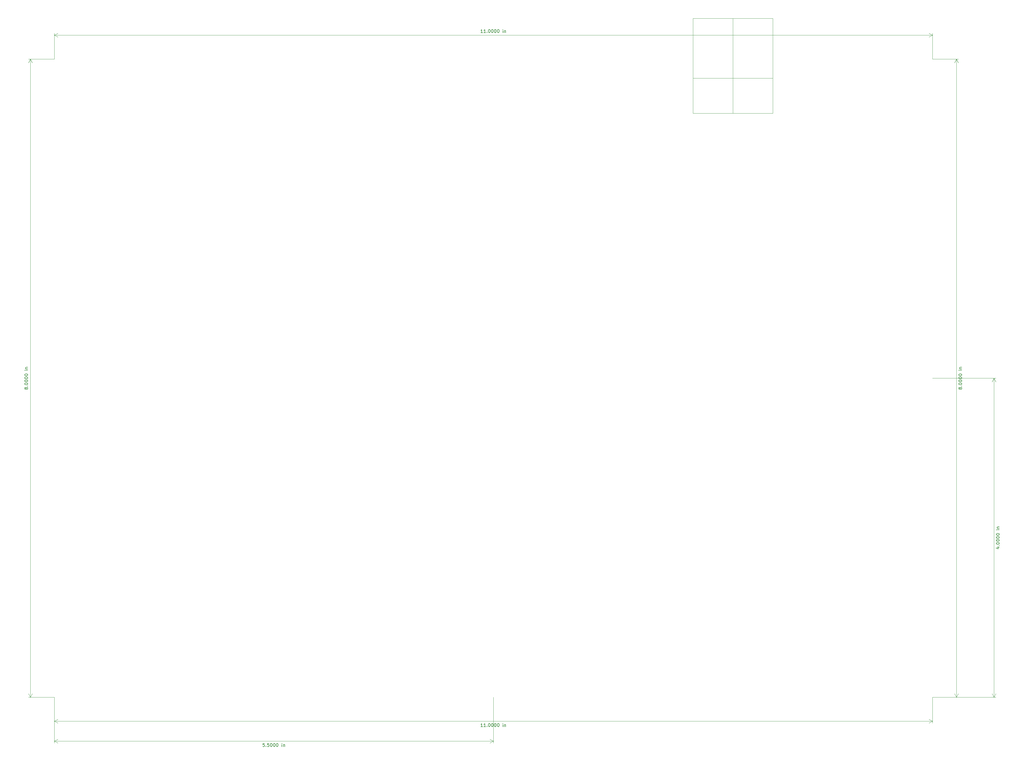
<source format=gbr>
%TF.GenerationSoftware,KiCad,Pcbnew,(5.1.10)-1*%
%TF.CreationDate,2022-03-11T09:02:51-05:00*%
%TF.ProjectId,Z180GDC,5a313830-4744-4432-9e6b-696361645f70,rev?*%
%TF.SameCoordinates,Original*%
%TF.FileFunction,OtherDrawing,Comment*%
%FSLAX46Y46*%
G04 Gerber Fmt 4.6, Leading zero omitted, Abs format (unit mm)*
G04 Created by KiCad (PCBNEW (5.1.10)-1) date 2022-03-11 09:02:51*
%MOMM*%
%LPD*%
G01*
G04 APERTURE LIST*
%ADD10C,0.120000*%
%ADD11C,0.150000*%
G04 APERTURE END LIST*
D10*
X232664000Y-35560000D02*
X258064000Y-35560000D01*
X245364000Y-46736000D02*
X245364000Y-16510000D01*
X258064000Y-46736000D02*
X232664000Y-46736000D01*
X258064000Y-16510000D02*
X258064000Y-46736000D01*
X232664000Y-16510000D02*
X258064000Y-16510000D01*
X232664000Y-46736000D02*
X232664000Y-16510000D01*
D11*
X329477714Y-184887809D02*
X330144380Y-184887809D01*
X329096761Y-185125904D02*
X329811047Y-185364000D01*
X329811047Y-184744952D01*
X330049142Y-184364000D02*
X330096761Y-184316380D01*
X330144380Y-184364000D01*
X330096761Y-184411619D01*
X330049142Y-184364000D01*
X330144380Y-184364000D01*
X329144380Y-183697333D02*
X329144380Y-183602095D01*
X329192000Y-183506857D01*
X329239619Y-183459238D01*
X329334857Y-183411619D01*
X329525333Y-183364000D01*
X329763428Y-183364000D01*
X329953904Y-183411619D01*
X330049142Y-183459238D01*
X330096761Y-183506857D01*
X330144380Y-183602095D01*
X330144380Y-183697333D01*
X330096761Y-183792571D01*
X330049142Y-183840190D01*
X329953904Y-183887809D01*
X329763428Y-183935428D01*
X329525333Y-183935428D01*
X329334857Y-183887809D01*
X329239619Y-183840190D01*
X329192000Y-183792571D01*
X329144380Y-183697333D01*
X329144380Y-182744952D02*
X329144380Y-182649714D01*
X329192000Y-182554476D01*
X329239619Y-182506857D01*
X329334857Y-182459238D01*
X329525333Y-182411619D01*
X329763428Y-182411619D01*
X329953904Y-182459238D01*
X330049142Y-182506857D01*
X330096761Y-182554476D01*
X330144380Y-182649714D01*
X330144380Y-182744952D01*
X330096761Y-182840190D01*
X330049142Y-182887809D01*
X329953904Y-182935428D01*
X329763428Y-182983047D01*
X329525333Y-182983047D01*
X329334857Y-182935428D01*
X329239619Y-182887809D01*
X329192000Y-182840190D01*
X329144380Y-182744952D01*
X329144380Y-181792571D02*
X329144380Y-181697333D01*
X329192000Y-181602095D01*
X329239619Y-181554476D01*
X329334857Y-181506857D01*
X329525333Y-181459238D01*
X329763428Y-181459238D01*
X329953904Y-181506857D01*
X330049142Y-181554476D01*
X330096761Y-181602095D01*
X330144380Y-181697333D01*
X330144380Y-181792571D01*
X330096761Y-181887809D01*
X330049142Y-181935428D01*
X329953904Y-181983047D01*
X329763428Y-182030666D01*
X329525333Y-182030666D01*
X329334857Y-181983047D01*
X329239619Y-181935428D01*
X329192000Y-181887809D01*
X329144380Y-181792571D01*
X329144380Y-180840190D02*
X329144380Y-180744952D01*
X329192000Y-180649714D01*
X329239619Y-180602095D01*
X329334857Y-180554476D01*
X329525333Y-180506857D01*
X329763428Y-180506857D01*
X329953904Y-180554476D01*
X330049142Y-180602095D01*
X330096761Y-180649714D01*
X330144380Y-180744952D01*
X330144380Y-180840190D01*
X330096761Y-180935428D01*
X330049142Y-180983047D01*
X329953904Y-181030666D01*
X329763428Y-181078285D01*
X329525333Y-181078285D01*
X329334857Y-181030666D01*
X329239619Y-180983047D01*
X329192000Y-180935428D01*
X329144380Y-180840190D01*
X330144380Y-179316380D02*
X329477714Y-179316380D01*
X329144380Y-179316380D02*
X329192000Y-179364000D01*
X329239619Y-179316380D01*
X329192000Y-179268761D01*
X329144380Y-179316380D01*
X329239619Y-179316380D01*
X329477714Y-178840190D02*
X330144380Y-178840190D01*
X329572952Y-178840190D02*
X329525333Y-178792571D01*
X329477714Y-178697333D01*
X329477714Y-178554476D01*
X329525333Y-178459238D01*
X329620571Y-178411619D01*
X330144380Y-178411619D01*
D10*
X328422000Y-232664000D02*
X328422000Y-131064000D01*
X308864000Y-232664000D02*
X329008421Y-232664000D01*
X308864000Y-131064000D02*
X329008421Y-131064000D01*
X328422000Y-131064000D02*
X329008421Y-132190504D01*
X328422000Y-131064000D02*
X327835579Y-132190504D01*
X328422000Y-232664000D02*
X329008421Y-231537496D01*
X328422000Y-232664000D02*
X327835579Y-231537496D01*
D11*
X96337809Y-247356380D02*
X95861619Y-247356380D01*
X95814000Y-247832571D01*
X95861619Y-247784952D01*
X95956857Y-247737333D01*
X96194952Y-247737333D01*
X96290190Y-247784952D01*
X96337809Y-247832571D01*
X96385428Y-247927809D01*
X96385428Y-248165904D01*
X96337809Y-248261142D01*
X96290190Y-248308761D01*
X96194952Y-248356380D01*
X95956857Y-248356380D01*
X95861619Y-248308761D01*
X95814000Y-248261142D01*
X96814000Y-248261142D02*
X96861619Y-248308761D01*
X96814000Y-248356380D01*
X96766380Y-248308761D01*
X96814000Y-248261142D01*
X96814000Y-248356380D01*
X97766380Y-247356380D02*
X97290190Y-247356380D01*
X97242571Y-247832571D01*
X97290190Y-247784952D01*
X97385428Y-247737333D01*
X97623523Y-247737333D01*
X97718761Y-247784952D01*
X97766380Y-247832571D01*
X97814000Y-247927809D01*
X97814000Y-248165904D01*
X97766380Y-248261142D01*
X97718761Y-248308761D01*
X97623523Y-248356380D01*
X97385428Y-248356380D01*
X97290190Y-248308761D01*
X97242571Y-248261142D01*
X98433047Y-247356380D02*
X98528285Y-247356380D01*
X98623523Y-247404000D01*
X98671142Y-247451619D01*
X98718761Y-247546857D01*
X98766380Y-247737333D01*
X98766380Y-247975428D01*
X98718761Y-248165904D01*
X98671142Y-248261142D01*
X98623523Y-248308761D01*
X98528285Y-248356380D01*
X98433047Y-248356380D01*
X98337809Y-248308761D01*
X98290190Y-248261142D01*
X98242571Y-248165904D01*
X98194952Y-247975428D01*
X98194952Y-247737333D01*
X98242571Y-247546857D01*
X98290190Y-247451619D01*
X98337809Y-247404000D01*
X98433047Y-247356380D01*
X99385428Y-247356380D02*
X99480666Y-247356380D01*
X99575904Y-247404000D01*
X99623523Y-247451619D01*
X99671142Y-247546857D01*
X99718761Y-247737333D01*
X99718761Y-247975428D01*
X99671142Y-248165904D01*
X99623523Y-248261142D01*
X99575904Y-248308761D01*
X99480666Y-248356380D01*
X99385428Y-248356380D01*
X99290190Y-248308761D01*
X99242571Y-248261142D01*
X99194952Y-248165904D01*
X99147333Y-247975428D01*
X99147333Y-247737333D01*
X99194952Y-247546857D01*
X99242571Y-247451619D01*
X99290190Y-247404000D01*
X99385428Y-247356380D01*
X100337809Y-247356380D02*
X100433047Y-247356380D01*
X100528285Y-247404000D01*
X100575904Y-247451619D01*
X100623523Y-247546857D01*
X100671142Y-247737333D01*
X100671142Y-247975428D01*
X100623523Y-248165904D01*
X100575904Y-248261142D01*
X100528285Y-248308761D01*
X100433047Y-248356380D01*
X100337809Y-248356380D01*
X100242571Y-248308761D01*
X100194952Y-248261142D01*
X100147333Y-248165904D01*
X100099714Y-247975428D01*
X100099714Y-247737333D01*
X100147333Y-247546857D01*
X100194952Y-247451619D01*
X100242571Y-247404000D01*
X100337809Y-247356380D01*
X101861619Y-248356380D02*
X101861619Y-247689714D01*
X101861619Y-247356380D02*
X101814000Y-247404000D01*
X101861619Y-247451619D01*
X101909238Y-247404000D01*
X101861619Y-247356380D01*
X101861619Y-247451619D01*
X102337809Y-247689714D02*
X102337809Y-248356380D01*
X102337809Y-247784952D02*
X102385428Y-247737333D01*
X102480666Y-247689714D01*
X102623523Y-247689714D01*
X102718761Y-247737333D01*
X102766380Y-247832571D01*
X102766380Y-248356380D01*
D10*
X29464000Y-246634000D02*
X169164000Y-246634000D01*
X29464000Y-232664000D02*
X29464000Y-247220421D01*
X169164000Y-232664000D02*
X169164000Y-247220421D01*
X169164000Y-246634000D02*
X168037496Y-247220421D01*
X169164000Y-246634000D02*
X168037496Y-246047579D01*
X29464000Y-246634000D02*
X30590504Y-247220421D01*
X29464000Y-246634000D02*
X30590504Y-246047579D01*
D11*
X165759238Y-21026380D02*
X165187809Y-21026380D01*
X165473523Y-21026380D02*
X165473523Y-20026380D01*
X165378285Y-20169238D01*
X165283047Y-20264476D01*
X165187809Y-20312095D01*
X166711619Y-21026380D02*
X166140190Y-21026380D01*
X166425904Y-21026380D02*
X166425904Y-20026380D01*
X166330666Y-20169238D01*
X166235428Y-20264476D01*
X166140190Y-20312095D01*
X167140190Y-20931142D02*
X167187809Y-20978761D01*
X167140190Y-21026380D01*
X167092571Y-20978761D01*
X167140190Y-20931142D01*
X167140190Y-21026380D01*
X167806857Y-20026380D02*
X167902095Y-20026380D01*
X167997333Y-20074000D01*
X168044952Y-20121619D01*
X168092571Y-20216857D01*
X168140190Y-20407333D01*
X168140190Y-20645428D01*
X168092571Y-20835904D01*
X168044952Y-20931142D01*
X167997333Y-20978761D01*
X167902095Y-21026380D01*
X167806857Y-21026380D01*
X167711619Y-20978761D01*
X167664000Y-20931142D01*
X167616380Y-20835904D01*
X167568761Y-20645428D01*
X167568761Y-20407333D01*
X167616380Y-20216857D01*
X167664000Y-20121619D01*
X167711619Y-20074000D01*
X167806857Y-20026380D01*
X168759238Y-20026380D02*
X168854476Y-20026380D01*
X168949714Y-20074000D01*
X168997333Y-20121619D01*
X169044952Y-20216857D01*
X169092571Y-20407333D01*
X169092571Y-20645428D01*
X169044952Y-20835904D01*
X168997333Y-20931142D01*
X168949714Y-20978761D01*
X168854476Y-21026380D01*
X168759238Y-21026380D01*
X168664000Y-20978761D01*
X168616380Y-20931142D01*
X168568761Y-20835904D01*
X168521142Y-20645428D01*
X168521142Y-20407333D01*
X168568761Y-20216857D01*
X168616380Y-20121619D01*
X168664000Y-20074000D01*
X168759238Y-20026380D01*
X169711619Y-20026380D02*
X169806857Y-20026380D01*
X169902095Y-20074000D01*
X169949714Y-20121619D01*
X169997333Y-20216857D01*
X170044952Y-20407333D01*
X170044952Y-20645428D01*
X169997333Y-20835904D01*
X169949714Y-20931142D01*
X169902095Y-20978761D01*
X169806857Y-21026380D01*
X169711619Y-21026380D01*
X169616380Y-20978761D01*
X169568761Y-20931142D01*
X169521142Y-20835904D01*
X169473523Y-20645428D01*
X169473523Y-20407333D01*
X169521142Y-20216857D01*
X169568761Y-20121619D01*
X169616380Y-20074000D01*
X169711619Y-20026380D01*
X170664000Y-20026380D02*
X170759238Y-20026380D01*
X170854476Y-20074000D01*
X170902095Y-20121619D01*
X170949714Y-20216857D01*
X170997333Y-20407333D01*
X170997333Y-20645428D01*
X170949714Y-20835904D01*
X170902095Y-20931142D01*
X170854476Y-20978761D01*
X170759238Y-21026380D01*
X170664000Y-21026380D01*
X170568761Y-20978761D01*
X170521142Y-20931142D01*
X170473523Y-20835904D01*
X170425904Y-20645428D01*
X170425904Y-20407333D01*
X170473523Y-20216857D01*
X170521142Y-20121619D01*
X170568761Y-20074000D01*
X170664000Y-20026380D01*
X172187809Y-21026380D02*
X172187809Y-20359714D01*
X172187809Y-20026380D02*
X172140190Y-20074000D01*
X172187809Y-20121619D01*
X172235428Y-20074000D01*
X172187809Y-20026380D01*
X172187809Y-20121619D01*
X172664000Y-20359714D02*
X172664000Y-21026380D01*
X172664000Y-20454952D02*
X172711619Y-20407333D01*
X172806857Y-20359714D01*
X172949714Y-20359714D01*
X173044952Y-20407333D01*
X173092571Y-20502571D01*
X173092571Y-21026380D01*
D10*
X308864000Y-21844000D02*
X29464000Y-21844000D01*
X308864000Y-29464000D02*
X308864000Y-21257579D01*
X29464000Y-29464000D02*
X29464000Y-21257579D01*
X29464000Y-21844000D02*
X30590504Y-21257579D01*
X29464000Y-21844000D02*
X30590504Y-22430421D01*
X308864000Y-21844000D02*
X307737496Y-21257579D01*
X308864000Y-21844000D02*
X307737496Y-22430421D01*
D11*
X317634952Y-134373523D02*
X317587333Y-134468761D01*
X317539714Y-134516380D01*
X317444476Y-134564000D01*
X317396857Y-134564000D01*
X317301619Y-134516380D01*
X317254000Y-134468761D01*
X317206380Y-134373523D01*
X317206380Y-134183047D01*
X317254000Y-134087809D01*
X317301619Y-134040190D01*
X317396857Y-133992571D01*
X317444476Y-133992571D01*
X317539714Y-134040190D01*
X317587333Y-134087809D01*
X317634952Y-134183047D01*
X317634952Y-134373523D01*
X317682571Y-134468761D01*
X317730190Y-134516380D01*
X317825428Y-134564000D01*
X318015904Y-134564000D01*
X318111142Y-134516380D01*
X318158761Y-134468761D01*
X318206380Y-134373523D01*
X318206380Y-134183047D01*
X318158761Y-134087809D01*
X318111142Y-134040190D01*
X318015904Y-133992571D01*
X317825428Y-133992571D01*
X317730190Y-134040190D01*
X317682571Y-134087809D01*
X317634952Y-134183047D01*
X318111142Y-133564000D02*
X318158761Y-133516380D01*
X318206380Y-133564000D01*
X318158761Y-133611619D01*
X318111142Y-133564000D01*
X318206380Y-133564000D01*
X317206380Y-132897333D02*
X317206380Y-132802095D01*
X317254000Y-132706857D01*
X317301619Y-132659238D01*
X317396857Y-132611619D01*
X317587333Y-132564000D01*
X317825428Y-132564000D01*
X318015904Y-132611619D01*
X318111142Y-132659238D01*
X318158761Y-132706857D01*
X318206380Y-132802095D01*
X318206380Y-132897333D01*
X318158761Y-132992571D01*
X318111142Y-133040190D01*
X318015904Y-133087809D01*
X317825428Y-133135428D01*
X317587333Y-133135428D01*
X317396857Y-133087809D01*
X317301619Y-133040190D01*
X317254000Y-132992571D01*
X317206380Y-132897333D01*
X317206380Y-131944952D02*
X317206380Y-131849714D01*
X317254000Y-131754476D01*
X317301619Y-131706857D01*
X317396857Y-131659238D01*
X317587333Y-131611619D01*
X317825428Y-131611619D01*
X318015904Y-131659238D01*
X318111142Y-131706857D01*
X318158761Y-131754476D01*
X318206380Y-131849714D01*
X318206380Y-131944952D01*
X318158761Y-132040190D01*
X318111142Y-132087809D01*
X318015904Y-132135428D01*
X317825428Y-132183047D01*
X317587333Y-132183047D01*
X317396857Y-132135428D01*
X317301619Y-132087809D01*
X317254000Y-132040190D01*
X317206380Y-131944952D01*
X317206380Y-130992571D02*
X317206380Y-130897333D01*
X317254000Y-130802095D01*
X317301619Y-130754476D01*
X317396857Y-130706857D01*
X317587333Y-130659238D01*
X317825428Y-130659238D01*
X318015904Y-130706857D01*
X318111142Y-130754476D01*
X318158761Y-130802095D01*
X318206380Y-130897333D01*
X318206380Y-130992571D01*
X318158761Y-131087809D01*
X318111142Y-131135428D01*
X318015904Y-131183047D01*
X317825428Y-131230666D01*
X317587333Y-131230666D01*
X317396857Y-131183047D01*
X317301619Y-131135428D01*
X317254000Y-131087809D01*
X317206380Y-130992571D01*
X317206380Y-130040190D02*
X317206380Y-129944952D01*
X317254000Y-129849714D01*
X317301619Y-129802095D01*
X317396857Y-129754476D01*
X317587333Y-129706857D01*
X317825428Y-129706857D01*
X318015904Y-129754476D01*
X318111142Y-129802095D01*
X318158761Y-129849714D01*
X318206380Y-129944952D01*
X318206380Y-130040190D01*
X318158761Y-130135428D01*
X318111142Y-130183047D01*
X318015904Y-130230666D01*
X317825428Y-130278285D01*
X317587333Y-130278285D01*
X317396857Y-130230666D01*
X317301619Y-130183047D01*
X317254000Y-130135428D01*
X317206380Y-130040190D01*
X318206380Y-128516380D02*
X317539714Y-128516380D01*
X317206380Y-128516380D02*
X317254000Y-128564000D01*
X317301619Y-128516380D01*
X317254000Y-128468761D01*
X317206380Y-128516380D01*
X317301619Y-128516380D01*
X317539714Y-128040190D02*
X318206380Y-128040190D01*
X317634952Y-128040190D02*
X317587333Y-127992571D01*
X317539714Y-127897333D01*
X317539714Y-127754476D01*
X317587333Y-127659238D01*
X317682571Y-127611619D01*
X318206380Y-127611619D01*
D10*
X316484000Y-232664000D02*
X316484000Y-29464000D01*
X308864000Y-232664000D02*
X317070421Y-232664000D01*
X308864000Y-29464000D02*
X317070421Y-29464000D01*
X316484000Y-29464000D02*
X317070421Y-30590504D01*
X316484000Y-29464000D02*
X315897579Y-30590504D01*
X316484000Y-232664000D02*
X317070421Y-231537496D01*
X316484000Y-232664000D02*
X315897579Y-231537496D01*
D11*
X20454952Y-134373523D02*
X20407333Y-134468761D01*
X20359714Y-134516380D01*
X20264476Y-134564000D01*
X20216857Y-134564000D01*
X20121619Y-134516380D01*
X20074000Y-134468761D01*
X20026380Y-134373523D01*
X20026380Y-134183047D01*
X20074000Y-134087809D01*
X20121619Y-134040190D01*
X20216857Y-133992571D01*
X20264476Y-133992571D01*
X20359714Y-134040190D01*
X20407333Y-134087809D01*
X20454952Y-134183047D01*
X20454952Y-134373523D01*
X20502571Y-134468761D01*
X20550190Y-134516380D01*
X20645428Y-134564000D01*
X20835904Y-134564000D01*
X20931142Y-134516380D01*
X20978761Y-134468761D01*
X21026380Y-134373523D01*
X21026380Y-134183047D01*
X20978761Y-134087809D01*
X20931142Y-134040190D01*
X20835904Y-133992571D01*
X20645428Y-133992571D01*
X20550190Y-134040190D01*
X20502571Y-134087809D01*
X20454952Y-134183047D01*
X20931142Y-133564000D02*
X20978761Y-133516380D01*
X21026380Y-133564000D01*
X20978761Y-133611619D01*
X20931142Y-133564000D01*
X21026380Y-133564000D01*
X20026380Y-132897333D02*
X20026380Y-132802095D01*
X20074000Y-132706857D01*
X20121619Y-132659238D01*
X20216857Y-132611619D01*
X20407333Y-132564000D01*
X20645428Y-132564000D01*
X20835904Y-132611619D01*
X20931142Y-132659238D01*
X20978761Y-132706857D01*
X21026380Y-132802095D01*
X21026380Y-132897333D01*
X20978761Y-132992571D01*
X20931142Y-133040190D01*
X20835904Y-133087809D01*
X20645428Y-133135428D01*
X20407333Y-133135428D01*
X20216857Y-133087809D01*
X20121619Y-133040190D01*
X20074000Y-132992571D01*
X20026380Y-132897333D01*
X20026380Y-131944952D02*
X20026380Y-131849714D01*
X20074000Y-131754476D01*
X20121619Y-131706857D01*
X20216857Y-131659238D01*
X20407333Y-131611619D01*
X20645428Y-131611619D01*
X20835904Y-131659238D01*
X20931142Y-131706857D01*
X20978761Y-131754476D01*
X21026380Y-131849714D01*
X21026380Y-131944952D01*
X20978761Y-132040190D01*
X20931142Y-132087809D01*
X20835904Y-132135428D01*
X20645428Y-132183047D01*
X20407333Y-132183047D01*
X20216857Y-132135428D01*
X20121619Y-132087809D01*
X20074000Y-132040190D01*
X20026380Y-131944952D01*
X20026380Y-130992571D02*
X20026380Y-130897333D01*
X20074000Y-130802095D01*
X20121619Y-130754476D01*
X20216857Y-130706857D01*
X20407333Y-130659238D01*
X20645428Y-130659238D01*
X20835904Y-130706857D01*
X20931142Y-130754476D01*
X20978761Y-130802095D01*
X21026380Y-130897333D01*
X21026380Y-130992571D01*
X20978761Y-131087809D01*
X20931142Y-131135428D01*
X20835904Y-131183047D01*
X20645428Y-131230666D01*
X20407333Y-131230666D01*
X20216857Y-131183047D01*
X20121619Y-131135428D01*
X20074000Y-131087809D01*
X20026380Y-130992571D01*
X20026380Y-130040190D02*
X20026380Y-129944952D01*
X20074000Y-129849714D01*
X20121619Y-129802095D01*
X20216857Y-129754476D01*
X20407333Y-129706857D01*
X20645428Y-129706857D01*
X20835904Y-129754476D01*
X20931142Y-129802095D01*
X20978761Y-129849714D01*
X21026380Y-129944952D01*
X21026380Y-130040190D01*
X20978761Y-130135428D01*
X20931142Y-130183047D01*
X20835904Y-130230666D01*
X20645428Y-130278285D01*
X20407333Y-130278285D01*
X20216857Y-130230666D01*
X20121619Y-130183047D01*
X20074000Y-130135428D01*
X20026380Y-130040190D01*
X21026380Y-128516380D02*
X20359714Y-128516380D01*
X20026380Y-128516380D02*
X20074000Y-128564000D01*
X20121619Y-128516380D01*
X20074000Y-128468761D01*
X20026380Y-128516380D01*
X20121619Y-128516380D01*
X20359714Y-128040190D02*
X21026380Y-128040190D01*
X20454952Y-128040190D02*
X20407333Y-127992571D01*
X20359714Y-127897333D01*
X20359714Y-127754476D01*
X20407333Y-127659238D01*
X20502571Y-127611619D01*
X21026380Y-127611619D01*
D10*
X21844000Y-232664000D02*
X21844000Y-29464000D01*
X29464000Y-232664000D02*
X21257579Y-232664000D01*
X29464000Y-29464000D02*
X21257579Y-29464000D01*
X21844000Y-29464000D02*
X22430421Y-30590504D01*
X21844000Y-29464000D02*
X21257579Y-30590504D01*
X21844000Y-232664000D02*
X22430421Y-231537496D01*
X21844000Y-232664000D02*
X21257579Y-231537496D01*
D11*
X165759238Y-242006380D02*
X165187809Y-242006380D01*
X165473523Y-242006380D02*
X165473523Y-241006380D01*
X165378285Y-241149238D01*
X165283047Y-241244476D01*
X165187809Y-241292095D01*
X166711619Y-242006380D02*
X166140190Y-242006380D01*
X166425904Y-242006380D02*
X166425904Y-241006380D01*
X166330666Y-241149238D01*
X166235428Y-241244476D01*
X166140190Y-241292095D01*
X167140190Y-241911142D02*
X167187809Y-241958761D01*
X167140190Y-242006380D01*
X167092571Y-241958761D01*
X167140190Y-241911142D01*
X167140190Y-242006380D01*
X167806857Y-241006380D02*
X167902095Y-241006380D01*
X167997333Y-241054000D01*
X168044952Y-241101619D01*
X168092571Y-241196857D01*
X168140190Y-241387333D01*
X168140190Y-241625428D01*
X168092571Y-241815904D01*
X168044952Y-241911142D01*
X167997333Y-241958761D01*
X167902095Y-242006380D01*
X167806857Y-242006380D01*
X167711619Y-241958761D01*
X167664000Y-241911142D01*
X167616380Y-241815904D01*
X167568761Y-241625428D01*
X167568761Y-241387333D01*
X167616380Y-241196857D01*
X167664000Y-241101619D01*
X167711619Y-241054000D01*
X167806857Y-241006380D01*
X168759238Y-241006380D02*
X168854476Y-241006380D01*
X168949714Y-241054000D01*
X168997333Y-241101619D01*
X169044952Y-241196857D01*
X169092571Y-241387333D01*
X169092571Y-241625428D01*
X169044952Y-241815904D01*
X168997333Y-241911142D01*
X168949714Y-241958761D01*
X168854476Y-242006380D01*
X168759238Y-242006380D01*
X168664000Y-241958761D01*
X168616380Y-241911142D01*
X168568761Y-241815904D01*
X168521142Y-241625428D01*
X168521142Y-241387333D01*
X168568761Y-241196857D01*
X168616380Y-241101619D01*
X168664000Y-241054000D01*
X168759238Y-241006380D01*
X169711619Y-241006380D02*
X169806857Y-241006380D01*
X169902095Y-241054000D01*
X169949714Y-241101619D01*
X169997333Y-241196857D01*
X170044952Y-241387333D01*
X170044952Y-241625428D01*
X169997333Y-241815904D01*
X169949714Y-241911142D01*
X169902095Y-241958761D01*
X169806857Y-242006380D01*
X169711619Y-242006380D01*
X169616380Y-241958761D01*
X169568761Y-241911142D01*
X169521142Y-241815904D01*
X169473523Y-241625428D01*
X169473523Y-241387333D01*
X169521142Y-241196857D01*
X169568761Y-241101619D01*
X169616380Y-241054000D01*
X169711619Y-241006380D01*
X170664000Y-241006380D02*
X170759238Y-241006380D01*
X170854476Y-241054000D01*
X170902095Y-241101619D01*
X170949714Y-241196857D01*
X170997333Y-241387333D01*
X170997333Y-241625428D01*
X170949714Y-241815904D01*
X170902095Y-241911142D01*
X170854476Y-241958761D01*
X170759238Y-242006380D01*
X170664000Y-242006380D01*
X170568761Y-241958761D01*
X170521142Y-241911142D01*
X170473523Y-241815904D01*
X170425904Y-241625428D01*
X170425904Y-241387333D01*
X170473523Y-241196857D01*
X170521142Y-241101619D01*
X170568761Y-241054000D01*
X170664000Y-241006380D01*
X172187809Y-242006380D02*
X172187809Y-241339714D01*
X172187809Y-241006380D02*
X172140190Y-241054000D01*
X172187809Y-241101619D01*
X172235428Y-241054000D01*
X172187809Y-241006380D01*
X172187809Y-241101619D01*
X172664000Y-241339714D02*
X172664000Y-242006380D01*
X172664000Y-241434952D02*
X172711619Y-241387333D01*
X172806857Y-241339714D01*
X172949714Y-241339714D01*
X173044952Y-241387333D01*
X173092571Y-241482571D01*
X173092571Y-242006380D01*
D10*
X29464000Y-240284000D02*
X308864000Y-240284000D01*
X29464000Y-232664000D02*
X29464000Y-240870421D01*
X308864000Y-232664000D02*
X308864000Y-240870421D01*
X308864000Y-240284000D02*
X307737496Y-240870421D01*
X308864000Y-240284000D02*
X307737496Y-239697579D01*
X29464000Y-240284000D02*
X30590504Y-240870421D01*
X29464000Y-240284000D02*
X30590504Y-239697579D01*
M02*

</source>
